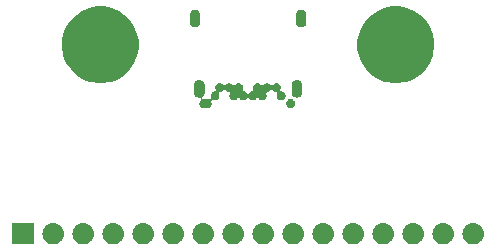
<source format=gbr>
G04 #@! TF.GenerationSoftware,KiCad,Pcbnew,(5.1.2-1)-1*
G04 #@! TF.CreationDate,2020-04-26T15:35:38+02:00*
G04 #@! TF.ProjectId,USB-C-USB-3.2,5553422d-432d-4555-9342-2d332e322e6b,rev?*
G04 #@! TF.SameCoordinates,Original*
G04 #@! TF.FileFunction,Soldermask,Bot*
G04 #@! TF.FilePolarity,Negative*
%FSLAX46Y46*%
G04 Gerber Fmt 4.6, Leading zero omitted, Abs format (unit mm)*
G04 Created by KiCad (PCBNEW (5.1.2-1)-1) date 2020-04-26 15:35:38*
%MOMM*%
%LPD*%
G04 APERTURE LIST*
%ADD10C,0.100000*%
G04 APERTURE END LIST*
D10*
G36*
X101660443Y-76105519D02*
G01*
X101726627Y-76112037D01*
X101896466Y-76163557D01*
X102052991Y-76247222D01*
X102088729Y-76276552D01*
X102190186Y-76359814D01*
X102273448Y-76461271D01*
X102302778Y-76497009D01*
X102386443Y-76653534D01*
X102437963Y-76823373D01*
X102455359Y-77000000D01*
X102437963Y-77176627D01*
X102386443Y-77346466D01*
X102302778Y-77502991D01*
X102273448Y-77538729D01*
X102190186Y-77640186D01*
X102088729Y-77723448D01*
X102052991Y-77752778D01*
X101896466Y-77836443D01*
X101726627Y-77887963D01*
X101660442Y-77894482D01*
X101594260Y-77901000D01*
X101505740Y-77901000D01*
X101439558Y-77894482D01*
X101373373Y-77887963D01*
X101203534Y-77836443D01*
X101047009Y-77752778D01*
X101011271Y-77723448D01*
X100909814Y-77640186D01*
X100826552Y-77538729D01*
X100797222Y-77502991D01*
X100713557Y-77346466D01*
X100662037Y-77176627D01*
X100644641Y-77000000D01*
X100662037Y-76823373D01*
X100713557Y-76653534D01*
X100797222Y-76497009D01*
X100826552Y-76461271D01*
X100909814Y-76359814D01*
X101011271Y-76276552D01*
X101047009Y-76247222D01*
X101203534Y-76163557D01*
X101373373Y-76112037D01*
X101439557Y-76105519D01*
X101505740Y-76099000D01*
X101594260Y-76099000D01*
X101660443Y-76105519D01*
X101660443Y-76105519D01*
G37*
G36*
X99120443Y-76105519D02*
G01*
X99186627Y-76112037D01*
X99356466Y-76163557D01*
X99512991Y-76247222D01*
X99548729Y-76276552D01*
X99650186Y-76359814D01*
X99733448Y-76461271D01*
X99762778Y-76497009D01*
X99846443Y-76653534D01*
X99897963Y-76823373D01*
X99915359Y-77000000D01*
X99897963Y-77176627D01*
X99846443Y-77346466D01*
X99762778Y-77502991D01*
X99733448Y-77538729D01*
X99650186Y-77640186D01*
X99548729Y-77723448D01*
X99512991Y-77752778D01*
X99356466Y-77836443D01*
X99186627Y-77887963D01*
X99120442Y-77894482D01*
X99054260Y-77901000D01*
X98965740Y-77901000D01*
X98899558Y-77894482D01*
X98833373Y-77887963D01*
X98663534Y-77836443D01*
X98507009Y-77752778D01*
X98471271Y-77723448D01*
X98369814Y-77640186D01*
X98286552Y-77538729D01*
X98257222Y-77502991D01*
X98173557Y-77346466D01*
X98122037Y-77176627D01*
X98104641Y-77000000D01*
X98122037Y-76823373D01*
X98173557Y-76653534D01*
X98257222Y-76497009D01*
X98286552Y-76461271D01*
X98369814Y-76359814D01*
X98471271Y-76276552D01*
X98507009Y-76247222D01*
X98663534Y-76163557D01*
X98833373Y-76112037D01*
X98899557Y-76105519D01*
X98965740Y-76099000D01*
X99054260Y-76099000D01*
X99120443Y-76105519D01*
X99120443Y-76105519D01*
G37*
G36*
X96580443Y-76105519D02*
G01*
X96646627Y-76112037D01*
X96816466Y-76163557D01*
X96972991Y-76247222D01*
X97008729Y-76276552D01*
X97110186Y-76359814D01*
X97193448Y-76461271D01*
X97222778Y-76497009D01*
X97306443Y-76653534D01*
X97357963Y-76823373D01*
X97375359Y-77000000D01*
X97357963Y-77176627D01*
X97306443Y-77346466D01*
X97222778Y-77502991D01*
X97193448Y-77538729D01*
X97110186Y-77640186D01*
X97008729Y-77723448D01*
X96972991Y-77752778D01*
X96816466Y-77836443D01*
X96646627Y-77887963D01*
X96580442Y-77894482D01*
X96514260Y-77901000D01*
X96425740Y-77901000D01*
X96359558Y-77894482D01*
X96293373Y-77887963D01*
X96123534Y-77836443D01*
X95967009Y-77752778D01*
X95931271Y-77723448D01*
X95829814Y-77640186D01*
X95746552Y-77538729D01*
X95717222Y-77502991D01*
X95633557Y-77346466D01*
X95582037Y-77176627D01*
X95564641Y-77000000D01*
X95582037Y-76823373D01*
X95633557Y-76653534D01*
X95717222Y-76497009D01*
X95746552Y-76461271D01*
X95829814Y-76359814D01*
X95931271Y-76276552D01*
X95967009Y-76247222D01*
X96123534Y-76163557D01*
X96293373Y-76112037D01*
X96359557Y-76105519D01*
X96425740Y-76099000D01*
X96514260Y-76099000D01*
X96580443Y-76105519D01*
X96580443Y-76105519D01*
G37*
G36*
X94040443Y-76105519D02*
G01*
X94106627Y-76112037D01*
X94276466Y-76163557D01*
X94432991Y-76247222D01*
X94468729Y-76276552D01*
X94570186Y-76359814D01*
X94653448Y-76461271D01*
X94682778Y-76497009D01*
X94766443Y-76653534D01*
X94817963Y-76823373D01*
X94835359Y-77000000D01*
X94817963Y-77176627D01*
X94766443Y-77346466D01*
X94682778Y-77502991D01*
X94653448Y-77538729D01*
X94570186Y-77640186D01*
X94468729Y-77723448D01*
X94432991Y-77752778D01*
X94276466Y-77836443D01*
X94106627Y-77887963D01*
X94040442Y-77894482D01*
X93974260Y-77901000D01*
X93885740Y-77901000D01*
X93819558Y-77894482D01*
X93753373Y-77887963D01*
X93583534Y-77836443D01*
X93427009Y-77752778D01*
X93391271Y-77723448D01*
X93289814Y-77640186D01*
X93206552Y-77538729D01*
X93177222Y-77502991D01*
X93093557Y-77346466D01*
X93042037Y-77176627D01*
X93024641Y-77000000D01*
X93042037Y-76823373D01*
X93093557Y-76653534D01*
X93177222Y-76497009D01*
X93206552Y-76461271D01*
X93289814Y-76359814D01*
X93391271Y-76276552D01*
X93427009Y-76247222D01*
X93583534Y-76163557D01*
X93753373Y-76112037D01*
X93819557Y-76105519D01*
X93885740Y-76099000D01*
X93974260Y-76099000D01*
X94040443Y-76105519D01*
X94040443Y-76105519D01*
G37*
G36*
X91500443Y-76105519D02*
G01*
X91566627Y-76112037D01*
X91736466Y-76163557D01*
X91892991Y-76247222D01*
X91928729Y-76276552D01*
X92030186Y-76359814D01*
X92113448Y-76461271D01*
X92142778Y-76497009D01*
X92226443Y-76653534D01*
X92277963Y-76823373D01*
X92295359Y-77000000D01*
X92277963Y-77176627D01*
X92226443Y-77346466D01*
X92142778Y-77502991D01*
X92113448Y-77538729D01*
X92030186Y-77640186D01*
X91928729Y-77723448D01*
X91892991Y-77752778D01*
X91736466Y-77836443D01*
X91566627Y-77887963D01*
X91500442Y-77894482D01*
X91434260Y-77901000D01*
X91345740Y-77901000D01*
X91279558Y-77894482D01*
X91213373Y-77887963D01*
X91043534Y-77836443D01*
X90887009Y-77752778D01*
X90851271Y-77723448D01*
X90749814Y-77640186D01*
X90666552Y-77538729D01*
X90637222Y-77502991D01*
X90553557Y-77346466D01*
X90502037Y-77176627D01*
X90484641Y-77000000D01*
X90502037Y-76823373D01*
X90553557Y-76653534D01*
X90637222Y-76497009D01*
X90666552Y-76461271D01*
X90749814Y-76359814D01*
X90851271Y-76276552D01*
X90887009Y-76247222D01*
X91043534Y-76163557D01*
X91213373Y-76112037D01*
X91279557Y-76105519D01*
X91345740Y-76099000D01*
X91434260Y-76099000D01*
X91500443Y-76105519D01*
X91500443Y-76105519D01*
G37*
G36*
X88960443Y-76105519D02*
G01*
X89026627Y-76112037D01*
X89196466Y-76163557D01*
X89352991Y-76247222D01*
X89388729Y-76276552D01*
X89490186Y-76359814D01*
X89573448Y-76461271D01*
X89602778Y-76497009D01*
X89686443Y-76653534D01*
X89737963Y-76823373D01*
X89755359Y-77000000D01*
X89737963Y-77176627D01*
X89686443Y-77346466D01*
X89602778Y-77502991D01*
X89573448Y-77538729D01*
X89490186Y-77640186D01*
X89388729Y-77723448D01*
X89352991Y-77752778D01*
X89196466Y-77836443D01*
X89026627Y-77887963D01*
X88960442Y-77894482D01*
X88894260Y-77901000D01*
X88805740Y-77901000D01*
X88739558Y-77894482D01*
X88673373Y-77887963D01*
X88503534Y-77836443D01*
X88347009Y-77752778D01*
X88311271Y-77723448D01*
X88209814Y-77640186D01*
X88126552Y-77538729D01*
X88097222Y-77502991D01*
X88013557Y-77346466D01*
X87962037Y-77176627D01*
X87944641Y-77000000D01*
X87962037Y-76823373D01*
X88013557Y-76653534D01*
X88097222Y-76497009D01*
X88126552Y-76461271D01*
X88209814Y-76359814D01*
X88311271Y-76276552D01*
X88347009Y-76247222D01*
X88503534Y-76163557D01*
X88673373Y-76112037D01*
X88739557Y-76105519D01*
X88805740Y-76099000D01*
X88894260Y-76099000D01*
X88960443Y-76105519D01*
X88960443Y-76105519D01*
G37*
G36*
X86420443Y-76105519D02*
G01*
X86486627Y-76112037D01*
X86656466Y-76163557D01*
X86812991Y-76247222D01*
X86848729Y-76276552D01*
X86950186Y-76359814D01*
X87033448Y-76461271D01*
X87062778Y-76497009D01*
X87146443Y-76653534D01*
X87197963Y-76823373D01*
X87215359Y-77000000D01*
X87197963Y-77176627D01*
X87146443Y-77346466D01*
X87062778Y-77502991D01*
X87033448Y-77538729D01*
X86950186Y-77640186D01*
X86848729Y-77723448D01*
X86812991Y-77752778D01*
X86656466Y-77836443D01*
X86486627Y-77887963D01*
X86420442Y-77894482D01*
X86354260Y-77901000D01*
X86265740Y-77901000D01*
X86199558Y-77894482D01*
X86133373Y-77887963D01*
X85963534Y-77836443D01*
X85807009Y-77752778D01*
X85771271Y-77723448D01*
X85669814Y-77640186D01*
X85586552Y-77538729D01*
X85557222Y-77502991D01*
X85473557Y-77346466D01*
X85422037Y-77176627D01*
X85404641Y-77000000D01*
X85422037Y-76823373D01*
X85473557Y-76653534D01*
X85557222Y-76497009D01*
X85586552Y-76461271D01*
X85669814Y-76359814D01*
X85771271Y-76276552D01*
X85807009Y-76247222D01*
X85963534Y-76163557D01*
X86133373Y-76112037D01*
X86199557Y-76105519D01*
X86265740Y-76099000D01*
X86354260Y-76099000D01*
X86420443Y-76105519D01*
X86420443Y-76105519D01*
G37*
G36*
X83880443Y-76105519D02*
G01*
X83946627Y-76112037D01*
X84116466Y-76163557D01*
X84272991Y-76247222D01*
X84308729Y-76276552D01*
X84410186Y-76359814D01*
X84493448Y-76461271D01*
X84522778Y-76497009D01*
X84606443Y-76653534D01*
X84657963Y-76823373D01*
X84675359Y-77000000D01*
X84657963Y-77176627D01*
X84606443Y-77346466D01*
X84522778Y-77502991D01*
X84493448Y-77538729D01*
X84410186Y-77640186D01*
X84308729Y-77723448D01*
X84272991Y-77752778D01*
X84116466Y-77836443D01*
X83946627Y-77887963D01*
X83880442Y-77894482D01*
X83814260Y-77901000D01*
X83725740Y-77901000D01*
X83659558Y-77894482D01*
X83593373Y-77887963D01*
X83423534Y-77836443D01*
X83267009Y-77752778D01*
X83231271Y-77723448D01*
X83129814Y-77640186D01*
X83046552Y-77538729D01*
X83017222Y-77502991D01*
X82933557Y-77346466D01*
X82882037Y-77176627D01*
X82864641Y-77000000D01*
X82882037Y-76823373D01*
X82933557Y-76653534D01*
X83017222Y-76497009D01*
X83046552Y-76461271D01*
X83129814Y-76359814D01*
X83231271Y-76276552D01*
X83267009Y-76247222D01*
X83423534Y-76163557D01*
X83593373Y-76112037D01*
X83659557Y-76105519D01*
X83725740Y-76099000D01*
X83814260Y-76099000D01*
X83880443Y-76105519D01*
X83880443Y-76105519D01*
G37*
G36*
X81340443Y-76105519D02*
G01*
X81406627Y-76112037D01*
X81576466Y-76163557D01*
X81732991Y-76247222D01*
X81768729Y-76276552D01*
X81870186Y-76359814D01*
X81953448Y-76461271D01*
X81982778Y-76497009D01*
X82066443Y-76653534D01*
X82117963Y-76823373D01*
X82135359Y-77000000D01*
X82117963Y-77176627D01*
X82066443Y-77346466D01*
X81982778Y-77502991D01*
X81953448Y-77538729D01*
X81870186Y-77640186D01*
X81768729Y-77723448D01*
X81732991Y-77752778D01*
X81576466Y-77836443D01*
X81406627Y-77887963D01*
X81340442Y-77894482D01*
X81274260Y-77901000D01*
X81185740Y-77901000D01*
X81119558Y-77894482D01*
X81053373Y-77887963D01*
X80883534Y-77836443D01*
X80727009Y-77752778D01*
X80691271Y-77723448D01*
X80589814Y-77640186D01*
X80506552Y-77538729D01*
X80477222Y-77502991D01*
X80393557Y-77346466D01*
X80342037Y-77176627D01*
X80324641Y-77000000D01*
X80342037Y-76823373D01*
X80393557Y-76653534D01*
X80477222Y-76497009D01*
X80506552Y-76461271D01*
X80589814Y-76359814D01*
X80691271Y-76276552D01*
X80727009Y-76247222D01*
X80883534Y-76163557D01*
X81053373Y-76112037D01*
X81119557Y-76105519D01*
X81185740Y-76099000D01*
X81274260Y-76099000D01*
X81340443Y-76105519D01*
X81340443Y-76105519D01*
G37*
G36*
X78800443Y-76105519D02*
G01*
X78866627Y-76112037D01*
X79036466Y-76163557D01*
X79192991Y-76247222D01*
X79228729Y-76276552D01*
X79330186Y-76359814D01*
X79413448Y-76461271D01*
X79442778Y-76497009D01*
X79526443Y-76653534D01*
X79577963Y-76823373D01*
X79595359Y-77000000D01*
X79577963Y-77176627D01*
X79526443Y-77346466D01*
X79442778Y-77502991D01*
X79413448Y-77538729D01*
X79330186Y-77640186D01*
X79228729Y-77723448D01*
X79192991Y-77752778D01*
X79036466Y-77836443D01*
X78866627Y-77887963D01*
X78800442Y-77894482D01*
X78734260Y-77901000D01*
X78645740Y-77901000D01*
X78579558Y-77894482D01*
X78513373Y-77887963D01*
X78343534Y-77836443D01*
X78187009Y-77752778D01*
X78151271Y-77723448D01*
X78049814Y-77640186D01*
X77966552Y-77538729D01*
X77937222Y-77502991D01*
X77853557Y-77346466D01*
X77802037Y-77176627D01*
X77784641Y-77000000D01*
X77802037Y-76823373D01*
X77853557Y-76653534D01*
X77937222Y-76497009D01*
X77966552Y-76461271D01*
X78049814Y-76359814D01*
X78151271Y-76276552D01*
X78187009Y-76247222D01*
X78343534Y-76163557D01*
X78513373Y-76112037D01*
X78579557Y-76105519D01*
X78645740Y-76099000D01*
X78734260Y-76099000D01*
X78800443Y-76105519D01*
X78800443Y-76105519D01*
G37*
G36*
X76260443Y-76105519D02*
G01*
X76326627Y-76112037D01*
X76496466Y-76163557D01*
X76652991Y-76247222D01*
X76688729Y-76276552D01*
X76790186Y-76359814D01*
X76873448Y-76461271D01*
X76902778Y-76497009D01*
X76986443Y-76653534D01*
X77037963Y-76823373D01*
X77055359Y-77000000D01*
X77037963Y-77176627D01*
X76986443Y-77346466D01*
X76902778Y-77502991D01*
X76873448Y-77538729D01*
X76790186Y-77640186D01*
X76688729Y-77723448D01*
X76652991Y-77752778D01*
X76496466Y-77836443D01*
X76326627Y-77887963D01*
X76260442Y-77894482D01*
X76194260Y-77901000D01*
X76105740Y-77901000D01*
X76039558Y-77894482D01*
X75973373Y-77887963D01*
X75803534Y-77836443D01*
X75647009Y-77752778D01*
X75611271Y-77723448D01*
X75509814Y-77640186D01*
X75426552Y-77538729D01*
X75397222Y-77502991D01*
X75313557Y-77346466D01*
X75262037Y-77176627D01*
X75244641Y-77000000D01*
X75262037Y-76823373D01*
X75313557Y-76653534D01*
X75397222Y-76497009D01*
X75426552Y-76461271D01*
X75509814Y-76359814D01*
X75611271Y-76276552D01*
X75647009Y-76247222D01*
X75803534Y-76163557D01*
X75973373Y-76112037D01*
X76039557Y-76105519D01*
X76105740Y-76099000D01*
X76194260Y-76099000D01*
X76260443Y-76105519D01*
X76260443Y-76105519D01*
G37*
G36*
X73720443Y-76105519D02*
G01*
X73786627Y-76112037D01*
X73956466Y-76163557D01*
X74112991Y-76247222D01*
X74148729Y-76276552D01*
X74250186Y-76359814D01*
X74333448Y-76461271D01*
X74362778Y-76497009D01*
X74446443Y-76653534D01*
X74497963Y-76823373D01*
X74515359Y-77000000D01*
X74497963Y-77176627D01*
X74446443Y-77346466D01*
X74362778Y-77502991D01*
X74333448Y-77538729D01*
X74250186Y-77640186D01*
X74148729Y-77723448D01*
X74112991Y-77752778D01*
X73956466Y-77836443D01*
X73786627Y-77887963D01*
X73720442Y-77894482D01*
X73654260Y-77901000D01*
X73565740Y-77901000D01*
X73499558Y-77894482D01*
X73433373Y-77887963D01*
X73263534Y-77836443D01*
X73107009Y-77752778D01*
X73071271Y-77723448D01*
X72969814Y-77640186D01*
X72886552Y-77538729D01*
X72857222Y-77502991D01*
X72773557Y-77346466D01*
X72722037Y-77176627D01*
X72704641Y-77000000D01*
X72722037Y-76823373D01*
X72773557Y-76653534D01*
X72857222Y-76497009D01*
X72886552Y-76461271D01*
X72969814Y-76359814D01*
X73071271Y-76276552D01*
X73107009Y-76247222D01*
X73263534Y-76163557D01*
X73433373Y-76112037D01*
X73499557Y-76105519D01*
X73565740Y-76099000D01*
X73654260Y-76099000D01*
X73720443Y-76105519D01*
X73720443Y-76105519D01*
G37*
G36*
X71180443Y-76105519D02*
G01*
X71246627Y-76112037D01*
X71416466Y-76163557D01*
X71572991Y-76247222D01*
X71608729Y-76276552D01*
X71710186Y-76359814D01*
X71793448Y-76461271D01*
X71822778Y-76497009D01*
X71906443Y-76653534D01*
X71957963Y-76823373D01*
X71975359Y-77000000D01*
X71957963Y-77176627D01*
X71906443Y-77346466D01*
X71822778Y-77502991D01*
X71793448Y-77538729D01*
X71710186Y-77640186D01*
X71608729Y-77723448D01*
X71572991Y-77752778D01*
X71416466Y-77836443D01*
X71246627Y-77887963D01*
X71180442Y-77894482D01*
X71114260Y-77901000D01*
X71025740Y-77901000D01*
X70959558Y-77894482D01*
X70893373Y-77887963D01*
X70723534Y-77836443D01*
X70567009Y-77752778D01*
X70531271Y-77723448D01*
X70429814Y-77640186D01*
X70346552Y-77538729D01*
X70317222Y-77502991D01*
X70233557Y-77346466D01*
X70182037Y-77176627D01*
X70164641Y-77000000D01*
X70182037Y-76823373D01*
X70233557Y-76653534D01*
X70317222Y-76497009D01*
X70346552Y-76461271D01*
X70429814Y-76359814D01*
X70531271Y-76276552D01*
X70567009Y-76247222D01*
X70723534Y-76163557D01*
X70893373Y-76112037D01*
X70959557Y-76105519D01*
X71025740Y-76099000D01*
X71114260Y-76099000D01*
X71180443Y-76105519D01*
X71180443Y-76105519D01*
G37*
G36*
X68640443Y-76105519D02*
G01*
X68706627Y-76112037D01*
X68876466Y-76163557D01*
X69032991Y-76247222D01*
X69068729Y-76276552D01*
X69170186Y-76359814D01*
X69253448Y-76461271D01*
X69282778Y-76497009D01*
X69366443Y-76653534D01*
X69417963Y-76823373D01*
X69435359Y-77000000D01*
X69417963Y-77176627D01*
X69366443Y-77346466D01*
X69282778Y-77502991D01*
X69253448Y-77538729D01*
X69170186Y-77640186D01*
X69068729Y-77723448D01*
X69032991Y-77752778D01*
X68876466Y-77836443D01*
X68706627Y-77887963D01*
X68640442Y-77894482D01*
X68574260Y-77901000D01*
X68485740Y-77901000D01*
X68419558Y-77894482D01*
X68353373Y-77887963D01*
X68183534Y-77836443D01*
X68027009Y-77752778D01*
X67991271Y-77723448D01*
X67889814Y-77640186D01*
X67806552Y-77538729D01*
X67777222Y-77502991D01*
X67693557Y-77346466D01*
X67642037Y-77176627D01*
X67624641Y-77000000D01*
X67642037Y-76823373D01*
X67693557Y-76653534D01*
X67777222Y-76497009D01*
X67806552Y-76461271D01*
X67889814Y-76359814D01*
X67991271Y-76276552D01*
X68027009Y-76247222D01*
X68183534Y-76163557D01*
X68353373Y-76112037D01*
X68419557Y-76105519D01*
X68485740Y-76099000D01*
X68574260Y-76099000D01*
X68640443Y-76105519D01*
X68640443Y-76105519D01*
G37*
G36*
X66100443Y-76105519D02*
G01*
X66166627Y-76112037D01*
X66336466Y-76163557D01*
X66492991Y-76247222D01*
X66528729Y-76276552D01*
X66630186Y-76359814D01*
X66713448Y-76461271D01*
X66742778Y-76497009D01*
X66826443Y-76653534D01*
X66877963Y-76823373D01*
X66895359Y-77000000D01*
X66877963Y-77176627D01*
X66826443Y-77346466D01*
X66742778Y-77502991D01*
X66713448Y-77538729D01*
X66630186Y-77640186D01*
X66528729Y-77723448D01*
X66492991Y-77752778D01*
X66336466Y-77836443D01*
X66166627Y-77887963D01*
X66100442Y-77894482D01*
X66034260Y-77901000D01*
X65945740Y-77901000D01*
X65879558Y-77894482D01*
X65813373Y-77887963D01*
X65643534Y-77836443D01*
X65487009Y-77752778D01*
X65451271Y-77723448D01*
X65349814Y-77640186D01*
X65266552Y-77538729D01*
X65237222Y-77502991D01*
X65153557Y-77346466D01*
X65102037Y-77176627D01*
X65084641Y-77000000D01*
X65102037Y-76823373D01*
X65153557Y-76653534D01*
X65237222Y-76497009D01*
X65266552Y-76461271D01*
X65349814Y-76359814D01*
X65451271Y-76276552D01*
X65487009Y-76247222D01*
X65643534Y-76163557D01*
X65813373Y-76112037D01*
X65879557Y-76105519D01*
X65945740Y-76099000D01*
X66034260Y-76099000D01*
X66100443Y-76105519D01*
X66100443Y-76105519D01*
G37*
G36*
X64351000Y-77901000D02*
G01*
X62549000Y-77901000D01*
X62549000Y-76099000D01*
X64351000Y-76099000D01*
X64351000Y-77901000D01*
X64351000Y-77901000D01*
G37*
G36*
X86209672Y-65598449D02*
G01*
X86209674Y-65598450D01*
X86209675Y-65598450D01*
X86278103Y-65626793D01*
X86339686Y-65667942D01*
X86392058Y-65720314D01*
X86433207Y-65781897D01*
X86441233Y-65801275D01*
X86461551Y-65850328D01*
X86476000Y-65922966D01*
X86476000Y-65997034D01*
X86468705Y-66033709D01*
X86461550Y-66069675D01*
X86433207Y-66138103D01*
X86392058Y-66199686D01*
X86339686Y-66252058D01*
X86278103Y-66293207D01*
X86209675Y-66321550D01*
X86209674Y-66321550D01*
X86209672Y-66321551D01*
X86137034Y-66336000D01*
X86062966Y-66336000D01*
X85990328Y-66321551D01*
X85990326Y-66321550D01*
X85990325Y-66321550D01*
X85921897Y-66293207D01*
X85860314Y-66252058D01*
X85807942Y-66199686D01*
X85766793Y-66138103D01*
X85738450Y-66069675D01*
X85731296Y-66033709D01*
X85724000Y-65997034D01*
X85724000Y-65922966D01*
X85738449Y-65850328D01*
X85758767Y-65801275D01*
X85766793Y-65781897D01*
X85807942Y-65720314D01*
X85860314Y-65667942D01*
X85921897Y-65626793D01*
X85990325Y-65598450D01*
X85990326Y-65598450D01*
X85990328Y-65598449D01*
X86062966Y-65584000D01*
X86137034Y-65584000D01*
X86209672Y-65598449D01*
X86209672Y-65598449D01*
G37*
G36*
X78458410Y-63965525D02*
G01*
X78543426Y-63991314D01*
X78621775Y-64033193D01*
X78690449Y-64089551D01*
X78746807Y-64158225D01*
X78788686Y-64236574D01*
X78814475Y-64321590D01*
X78821000Y-64387842D01*
X78821000Y-65032158D01*
X78814475Y-65098410D01*
X78788686Y-65183426D01*
X78746807Y-65261775D01*
X78690449Y-65330448D01*
X78651546Y-65362374D01*
X78634219Y-65379701D01*
X78620605Y-65400075D01*
X78611227Y-65422714D01*
X78606446Y-65446747D01*
X78606446Y-65471251D01*
X78611226Y-65495285D01*
X78620603Y-65517924D01*
X78634216Y-65538298D01*
X78651543Y-65555625D01*
X78671917Y-65569239D01*
X78694556Y-65578617D01*
X78718589Y-65583398D01*
X78730843Y-65584000D01*
X79068472Y-65584000D01*
X79123710Y-65589440D01*
X79196825Y-65611620D01*
X79220858Y-65616401D01*
X79245362Y-65616401D01*
X79269396Y-65611621D01*
X79292035Y-65602244D01*
X79312409Y-65588630D01*
X79329736Y-65571303D01*
X79343350Y-65550929D01*
X79352727Y-65528290D01*
X79357508Y-65504257D01*
X79357508Y-65479753D01*
X79352728Y-65455719D01*
X79348595Y-65444169D01*
X79338449Y-65419674D01*
X79324000Y-65347034D01*
X79324000Y-65272966D01*
X79338449Y-65200328D01*
X79345450Y-65183425D01*
X79366793Y-65131897D01*
X79407942Y-65070314D01*
X79460314Y-65017942D01*
X79521897Y-64976793D01*
X79590325Y-64948450D01*
X79590324Y-64948450D01*
X79590327Y-64948449D01*
X79665338Y-64933528D01*
X79688786Y-64926415D01*
X79710397Y-64914864D01*
X79729339Y-64899318D01*
X79744884Y-64880376D01*
X79756435Y-64858766D01*
X79763548Y-64835317D01*
X79765950Y-64810931D01*
X79763548Y-64786544D01*
X79756435Y-64763096D01*
X79738449Y-64719674D01*
X79724000Y-64647034D01*
X79724000Y-64572966D01*
X79738449Y-64500328D01*
X79738450Y-64500325D01*
X79766793Y-64431897D01*
X79807942Y-64370314D01*
X79860314Y-64317942D01*
X79921897Y-64276793D01*
X79990325Y-64248450D01*
X79990326Y-64248450D01*
X79990328Y-64248449D01*
X80062966Y-64234000D01*
X80137034Y-64234000D01*
X80209672Y-64248449D01*
X80209674Y-64248450D01*
X80209675Y-64248450D01*
X80278103Y-64276793D01*
X80339686Y-64317942D01*
X80392058Y-64370314D01*
X80396072Y-64376321D01*
X80411612Y-64395256D01*
X80430553Y-64410801D01*
X80452164Y-64422353D01*
X80475613Y-64429466D01*
X80499999Y-64431868D01*
X80524385Y-64429466D01*
X80547834Y-64422353D01*
X80569445Y-64410803D01*
X80588387Y-64395257D01*
X80603928Y-64376321D01*
X80607942Y-64370314D01*
X80660314Y-64317942D01*
X80721897Y-64276793D01*
X80790325Y-64248450D01*
X80790326Y-64248450D01*
X80790328Y-64248449D01*
X80862966Y-64234000D01*
X80937034Y-64234000D01*
X81009672Y-64248449D01*
X81009674Y-64248450D01*
X81009675Y-64248450D01*
X81078103Y-64276793D01*
X81139686Y-64317942D01*
X81192058Y-64370314D01*
X81196072Y-64376321D01*
X81211612Y-64395256D01*
X81230553Y-64410801D01*
X81252164Y-64422353D01*
X81275613Y-64429466D01*
X81299999Y-64431868D01*
X81324385Y-64429466D01*
X81347834Y-64422353D01*
X81369445Y-64410803D01*
X81388387Y-64395257D01*
X81403928Y-64376321D01*
X81407942Y-64370314D01*
X81460314Y-64317942D01*
X81521897Y-64276793D01*
X81590325Y-64248450D01*
X81590326Y-64248450D01*
X81590328Y-64248449D01*
X81662966Y-64234000D01*
X81737034Y-64234000D01*
X81809672Y-64248449D01*
X81809674Y-64248450D01*
X81809675Y-64248450D01*
X81878103Y-64276793D01*
X81939686Y-64317942D01*
X81992058Y-64370314D01*
X82033207Y-64431897D01*
X82061550Y-64500325D01*
X82061551Y-64500328D01*
X82076000Y-64572966D01*
X82076000Y-64647034D01*
X82061551Y-64719674D01*
X82043565Y-64763096D01*
X82036452Y-64786545D01*
X82034050Y-64810931D01*
X82036452Y-64835317D01*
X82043565Y-64858766D01*
X82055116Y-64880376D01*
X82070661Y-64899318D01*
X82089603Y-64914864D01*
X82111214Y-64926415D01*
X82134662Y-64933528D01*
X82209673Y-64948449D01*
X82209676Y-64948450D01*
X82209675Y-64948450D01*
X82278103Y-64976793D01*
X82339686Y-65017942D01*
X82392058Y-65070314D01*
X82396072Y-65076321D01*
X82411612Y-65095256D01*
X82430553Y-65110801D01*
X82452164Y-65122353D01*
X82475613Y-65129466D01*
X82499999Y-65131868D01*
X82524385Y-65129466D01*
X82547834Y-65122353D01*
X82569445Y-65110803D01*
X82588387Y-65095257D01*
X82603928Y-65076321D01*
X82607942Y-65070314D01*
X82660314Y-65017942D01*
X82721897Y-64976793D01*
X82790325Y-64948450D01*
X82790324Y-64948450D01*
X82790327Y-64948449D01*
X82865338Y-64933528D01*
X82888786Y-64926415D01*
X82910397Y-64914864D01*
X82929339Y-64899318D01*
X82944884Y-64880376D01*
X82956435Y-64858766D01*
X82963548Y-64835317D01*
X82965950Y-64810931D01*
X82963548Y-64786544D01*
X82956435Y-64763096D01*
X82938449Y-64719674D01*
X82924000Y-64647034D01*
X82924000Y-64572966D01*
X82938449Y-64500328D01*
X82938450Y-64500325D01*
X82966793Y-64431897D01*
X83007942Y-64370314D01*
X83060314Y-64317942D01*
X83121897Y-64276793D01*
X83190325Y-64248450D01*
X83190326Y-64248450D01*
X83190328Y-64248449D01*
X83262966Y-64234000D01*
X83337034Y-64234000D01*
X83409672Y-64248449D01*
X83409674Y-64248450D01*
X83409675Y-64248450D01*
X83478103Y-64276793D01*
X83539686Y-64317942D01*
X83592058Y-64370314D01*
X83596072Y-64376321D01*
X83611612Y-64395256D01*
X83630553Y-64410801D01*
X83652164Y-64422353D01*
X83675613Y-64429466D01*
X83699999Y-64431868D01*
X83724385Y-64429466D01*
X83747834Y-64422353D01*
X83769445Y-64410803D01*
X83788387Y-64395257D01*
X83803928Y-64376321D01*
X83807942Y-64370314D01*
X83860314Y-64317942D01*
X83921897Y-64276793D01*
X83990325Y-64248450D01*
X83990326Y-64248450D01*
X83990328Y-64248449D01*
X84062966Y-64234000D01*
X84137034Y-64234000D01*
X84209672Y-64248449D01*
X84209674Y-64248450D01*
X84209675Y-64248450D01*
X84278103Y-64276793D01*
X84339686Y-64317942D01*
X84392058Y-64370314D01*
X84396072Y-64376321D01*
X84411612Y-64395256D01*
X84430553Y-64410801D01*
X84452164Y-64422353D01*
X84475613Y-64429466D01*
X84499999Y-64431868D01*
X84524385Y-64429466D01*
X84547834Y-64422353D01*
X84569445Y-64410803D01*
X84588387Y-64395257D01*
X84603928Y-64376321D01*
X84607942Y-64370314D01*
X84660314Y-64317942D01*
X84721897Y-64276793D01*
X84790325Y-64248450D01*
X84790326Y-64248450D01*
X84790328Y-64248449D01*
X84862966Y-64234000D01*
X84937034Y-64234000D01*
X85009672Y-64248449D01*
X85009674Y-64248450D01*
X85009675Y-64248450D01*
X85078103Y-64276793D01*
X85139686Y-64317942D01*
X85192058Y-64370314D01*
X85233207Y-64431897D01*
X85261550Y-64500325D01*
X85261551Y-64500328D01*
X85276000Y-64572966D01*
X85276000Y-64647034D01*
X85261551Y-64719674D01*
X85243565Y-64763096D01*
X85236452Y-64786545D01*
X85234050Y-64810931D01*
X85236452Y-64835317D01*
X85243565Y-64858766D01*
X85255116Y-64880376D01*
X85270661Y-64899318D01*
X85289603Y-64914864D01*
X85311214Y-64926415D01*
X85334662Y-64933528D01*
X85409673Y-64948449D01*
X85409676Y-64948450D01*
X85409675Y-64948450D01*
X85478103Y-64976793D01*
X85539686Y-65017942D01*
X85592058Y-65070314D01*
X85633207Y-65131897D01*
X85654550Y-65183425D01*
X85661551Y-65200328D01*
X85676000Y-65272966D01*
X85676000Y-65347034D01*
X85672949Y-65362374D01*
X85661550Y-65419675D01*
X85633207Y-65488103D01*
X85592058Y-65549686D01*
X85539686Y-65602058D01*
X85478103Y-65643207D01*
X85409675Y-65671550D01*
X85409674Y-65671550D01*
X85409672Y-65671551D01*
X85337034Y-65686000D01*
X85262966Y-65686000D01*
X85190328Y-65671551D01*
X85190326Y-65671550D01*
X85190325Y-65671550D01*
X85121897Y-65643207D01*
X85060314Y-65602058D01*
X85007942Y-65549686D01*
X84966793Y-65488103D01*
X84938450Y-65419675D01*
X84927052Y-65362374D01*
X84924000Y-65347034D01*
X84924000Y-65272966D01*
X84938449Y-65200326D01*
X84956435Y-65156904D01*
X84963548Y-65133455D01*
X84965950Y-65109069D01*
X84963548Y-65084683D01*
X84956435Y-65061234D01*
X84944884Y-65039624D01*
X84929339Y-65020682D01*
X84910397Y-65005136D01*
X84888786Y-64993585D01*
X84865338Y-64986472D01*
X84790327Y-64971551D01*
X84780304Y-64967399D01*
X84721897Y-64943207D01*
X84660314Y-64902058D01*
X84607942Y-64849686D01*
X84603928Y-64843679D01*
X84588388Y-64824744D01*
X84569447Y-64809199D01*
X84547836Y-64797647D01*
X84524387Y-64790534D01*
X84500001Y-64788132D01*
X84475615Y-64790534D01*
X84452166Y-64797647D01*
X84430555Y-64809197D01*
X84411613Y-64824743D01*
X84396072Y-64843679D01*
X84392058Y-64849686D01*
X84339686Y-64902058D01*
X84278103Y-64943207D01*
X84219696Y-64967399D01*
X84209673Y-64971551D01*
X84134662Y-64986472D01*
X84111214Y-64993585D01*
X84089603Y-65005136D01*
X84070661Y-65020682D01*
X84055116Y-65039624D01*
X84043565Y-65061234D01*
X84036452Y-65084683D01*
X84034050Y-65109069D01*
X84036452Y-65133456D01*
X84043565Y-65156904D01*
X84061551Y-65200326D01*
X84076000Y-65272966D01*
X84076000Y-65347034D01*
X84072949Y-65362374D01*
X84061550Y-65419675D01*
X84033207Y-65488103D01*
X83992058Y-65549686D01*
X83939686Y-65602058D01*
X83878103Y-65643207D01*
X83809675Y-65671550D01*
X83809674Y-65671550D01*
X83809672Y-65671551D01*
X83737034Y-65686000D01*
X83662966Y-65686000D01*
X83590328Y-65671551D01*
X83590326Y-65671550D01*
X83590325Y-65671550D01*
X83521897Y-65643207D01*
X83460314Y-65602058D01*
X83407942Y-65549686D01*
X83403928Y-65543679D01*
X83388388Y-65524744D01*
X83369447Y-65509199D01*
X83347836Y-65497647D01*
X83324387Y-65490534D01*
X83300001Y-65488132D01*
X83275615Y-65490534D01*
X83252166Y-65497647D01*
X83230555Y-65509197D01*
X83211613Y-65524743D01*
X83196072Y-65543679D01*
X83192058Y-65549686D01*
X83139686Y-65602058D01*
X83078103Y-65643207D01*
X83009675Y-65671550D01*
X83009674Y-65671550D01*
X83009672Y-65671551D01*
X82937034Y-65686000D01*
X82862966Y-65686000D01*
X82790328Y-65671551D01*
X82790326Y-65671550D01*
X82790325Y-65671550D01*
X82721897Y-65643207D01*
X82660314Y-65602058D01*
X82607942Y-65549686D01*
X82603928Y-65543679D01*
X82588388Y-65524744D01*
X82569447Y-65509199D01*
X82547836Y-65497647D01*
X82524387Y-65490534D01*
X82500001Y-65488132D01*
X82475615Y-65490534D01*
X82452166Y-65497647D01*
X82430555Y-65509197D01*
X82411613Y-65524743D01*
X82396072Y-65543679D01*
X82392058Y-65549686D01*
X82339686Y-65602058D01*
X82278103Y-65643207D01*
X82209675Y-65671550D01*
X82209674Y-65671550D01*
X82209672Y-65671551D01*
X82137034Y-65686000D01*
X82062966Y-65686000D01*
X81990328Y-65671551D01*
X81990326Y-65671550D01*
X81990325Y-65671550D01*
X81921897Y-65643207D01*
X81860314Y-65602058D01*
X81807942Y-65549686D01*
X81803928Y-65543679D01*
X81788388Y-65524744D01*
X81769447Y-65509199D01*
X81747836Y-65497647D01*
X81724387Y-65490534D01*
X81700001Y-65488132D01*
X81675615Y-65490534D01*
X81652166Y-65497647D01*
X81630555Y-65509197D01*
X81611613Y-65524743D01*
X81596072Y-65543679D01*
X81592058Y-65549686D01*
X81539686Y-65602058D01*
X81478103Y-65643207D01*
X81409675Y-65671550D01*
X81409674Y-65671550D01*
X81409672Y-65671551D01*
X81337034Y-65686000D01*
X81262966Y-65686000D01*
X81190328Y-65671551D01*
X81190326Y-65671550D01*
X81190325Y-65671550D01*
X81121897Y-65643207D01*
X81060314Y-65602058D01*
X81007942Y-65549686D01*
X80966793Y-65488103D01*
X80938450Y-65419675D01*
X80927052Y-65362374D01*
X80924000Y-65347034D01*
X80924000Y-65272966D01*
X80938449Y-65200326D01*
X80956435Y-65156904D01*
X80963548Y-65133455D01*
X80965950Y-65109069D01*
X80963548Y-65084683D01*
X80956435Y-65061234D01*
X80944884Y-65039624D01*
X80929339Y-65020682D01*
X80910397Y-65005136D01*
X80888786Y-64993585D01*
X80865338Y-64986472D01*
X80790327Y-64971551D01*
X80780304Y-64967399D01*
X80721897Y-64943207D01*
X80660314Y-64902058D01*
X80607942Y-64849686D01*
X80603928Y-64843679D01*
X80588388Y-64824744D01*
X80569447Y-64809199D01*
X80547836Y-64797647D01*
X80524387Y-64790534D01*
X80500001Y-64788132D01*
X80475615Y-64790534D01*
X80452166Y-64797647D01*
X80430555Y-64809197D01*
X80411613Y-64824743D01*
X80396072Y-64843679D01*
X80392058Y-64849686D01*
X80339686Y-64902058D01*
X80278103Y-64943207D01*
X80219696Y-64967399D01*
X80209673Y-64971551D01*
X80134662Y-64986472D01*
X80111214Y-64993585D01*
X80089603Y-65005136D01*
X80070661Y-65020682D01*
X80055116Y-65039624D01*
X80043565Y-65061234D01*
X80036452Y-65084683D01*
X80034050Y-65109069D01*
X80036452Y-65133456D01*
X80043565Y-65156904D01*
X80061551Y-65200326D01*
X80076000Y-65272966D01*
X80076000Y-65347034D01*
X80072949Y-65362374D01*
X80061550Y-65419675D01*
X80033207Y-65488103D01*
X79992058Y-65549686D01*
X79939686Y-65602058D01*
X79878103Y-65643207D01*
X79809675Y-65671550D01*
X79809674Y-65671550D01*
X79809672Y-65671551D01*
X79737034Y-65686000D01*
X79662966Y-65686000D01*
X79590326Y-65671551D01*
X79565831Y-65661405D01*
X79542382Y-65654292D01*
X79517996Y-65651890D01*
X79493610Y-65654292D01*
X79470161Y-65661405D01*
X79448550Y-65672956D01*
X79429608Y-65688501D01*
X79414063Y-65707443D01*
X79402512Y-65729054D01*
X79395399Y-65752503D01*
X79392997Y-65776889D01*
X79395399Y-65801275D01*
X79398380Y-65813175D01*
X79420560Y-65886290D01*
X79427819Y-65960000D01*
X79420560Y-66033710D01*
X79399060Y-66104585D01*
X79364146Y-66169904D01*
X79317159Y-66227159D01*
X79259904Y-66274146D01*
X79194585Y-66309060D01*
X79123710Y-66330560D01*
X79068472Y-66336000D01*
X78731528Y-66336000D01*
X78676290Y-66330560D01*
X78605415Y-66309060D01*
X78540096Y-66274146D01*
X78482841Y-66227159D01*
X78435854Y-66169904D01*
X78400940Y-66104585D01*
X78379440Y-66033710D01*
X78372181Y-65960000D01*
X78379440Y-65886290D01*
X78400940Y-65815415D01*
X78435854Y-65750096D01*
X78482841Y-65692842D01*
X78497703Y-65680645D01*
X78515030Y-65663318D01*
X78528644Y-65642944D01*
X78538021Y-65620305D01*
X78542802Y-65596272D01*
X78542802Y-65571768D01*
X78538022Y-65547735D01*
X78528645Y-65525096D01*
X78515031Y-65504721D01*
X78497704Y-65487394D01*
X78477330Y-65473780D01*
X78454691Y-65464403D01*
X78430658Y-65459622D01*
X78406154Y-65459622D01*
X78370001Y-65463182D01*
X78370000Y-65463182D01*
X78361293Y-65462324D01*
X78281590Y-65454475D01*
X78196574Y-65428686D01*
X78118225Y-65386807D01*
X78049552Y-65330449D01*
X77993193Y-65261774D01*
X77951314Y-65183425D01*
X77925525Y-65098409D01*
X77919000Y-65032157D01*
X77919000Y-64387842D01*
X77925525Y-64321590D01*
X77951313Y-64236577D01*
X77993195Y-64158224D01*
X78049552Y-64089551D01*
X78118226Y-64033193D01*
X78196575Y-63991314D01*
X78281591Y-63965525D01*
X78370000Y-63956818D01*
X78458410Y-63965525D01*
X78458410Y-63965525D01*
G37*
G36*
X86718410Y-63965525D02*
G01*
X86803426Y-63991314D01*
X86881775Y-64033193D01*
X86950449Y-64089551D01*
X87006807Y-64158225D01*
X87048686Y-64236574D01*
X87074475Y-64321590D01*
X87081000Y-64387842D01*
X87081000Y-65032158D01*
X87074475Y-65098410D01*
X87048686Y-65183426D01*
X87006807Y-65261775D01*
X86950449Y-65330448D01*
X86881774Y-65386807D01*
X86803425Y-65428686D01*
X86718409Y-65454475D01*
X86630000Y-65463182D01*
X86541590Y-65454475D01*
X86456574Y-65428686D01*
X86378225Y-65386807D01*
X86309552Y-65330449D01*
X86253193Y-65261774D01*
X86211314Y-65183425D01*
X86185525Y-65098409D01*
X86179000Y-65032157D01*
X86179000Y-64387842D01*
X86185525Y-64321590D01*
X86211313Y-64236577D01*
X86253195Y-64158224D01*
X86309552Y-64089551D01*
X86378226Y-64033193D01*
X86456575Y-63991314D01*
X86541591Y-63965525D01*
X86630000Y-63956818D01*
X86718410Y-63965525D01*
X86718410Y-63965525D01*
G37*
G36*
X95634239Y-57811467D02*
G01*
X95948282Y-57873934D01*
X96539926Y-58119001D01*
X96940073Y-58386371D01*
X97017111Y-58437846D01*
X97072392Y-58474784D01*
X97525216Y-58927608D01*
X97880999Y-59460074D01*
X98126066Y-60051718D01*
X98126066Y-60051719D01*
X98251000Y-60679803D01*
X98251000Y-61320197D01*
X98188533Y-61634239D01*
X98126066Y-61948282D01*
X97880999Y-62539926D01*
X97525216Y-63072392D01*
X97072392Y-63525216D01*
X96539926Y-63880999D01*
X95948282Y-64126066D01*
X95634239Y-64188533D01*
X95320197Y-64251000D01*
X94679803Y-64251000D01*
X94365761Y-64188533D01*
X94051718Y-64126066D01*
X93460074Y-63880999D01*
X92927608Y-63525216D01*
X92474784Y-63072392D01*
X92119001Y-62539926D01*
X91873934Y-61948282D01*
X91811467Y-61634239D01*
X91749000Y-61320197D01*
X91749000Y-60679803D01*
X91873934Y-60051719D01*
X91873934Y-60051718D01*
X92119001Y-59460074D01*
X92474784Y-58927608D01*
X92927608Y-58474784D01*
X92982890Y-58437846D01*
X93059927Y-58386371D01*
X93460074Y-58119001D01*
X94051718Y-57873934D01*
X94365761Y-57811467D01*
X94679803Y-57749000D01*
X95320197Y-57749000D01*
X95634239Y-57811467D01*
X95634239Y-57811467D01*
G37*
G36*
X70634239Y-57811467D02*
G01*
X70948282Y-57873934D01*
X71539926Y-58119001D01*
X71940073Y-58386371D01*
X72017111Y-58437846D01*
X72072392Y-58474784D01*
X72525216Y-58927608D01*
X72880999Y-59460074D01*
X73126066Y-60051718D01*
X73126066Y-60051719D01*
X73251000Y-60679803D01*
X73251000Y-61320197D01*
X73188533Y-61634239D01*
X73126066Y-61948282D01*
X72880999Y-62539926D01*
X72525216Y-63072392D01*
X72072392Y-63525216D01*
X71539926Y-63880999D01*
X70948282Y-64126066D01*
X70634239Y-64188533D01*
X70320197Y-64251000D01*
X69679803Y-64251000D01*
X69365761Y-64188533D01*
X69051718Y-64126066D01*
X68460074Y-63880999D01*
X67927608Y-63525216D01*
X67474784Y-63072392D01*
X67119001Y-62539926D01*
X66873934Y-61948282D01*
X66811467Y-61634239D01*
X66749000Y-61320197D01*
X66749000Y-60679803D01*
X66873934Y-60051719D01*
X66873934Y-60051718D01*
X67119001Y-59460074D01*
X67474784Y-58927608D01*
X67927608Y-58474784D01*
X67982890Y-58437846D01*
X68059927Y-58386371D01*
X68460074Y-58119001D01*
X69051718Y-57873934D01*
X69365761Y-57811467D01*
X69679803Y-57749000D01*
X70320197Y-57749000D01*
X70634239Y-57811467D01*
X70634239Y-57811467D01*
G37*
G36*
X87078410Y-58015525D02*
G01*
X87163426Y-58041314D01*
X87241775Y-58083193D01*
X87310449Y-58139551D01*
X87366807Y-58208225D01*
X87408686Y-58286574D01*
X87434475Y-58371590D01*
X87441000Y-58437842D01*
X87441000Y-59082158D01*
X87434475Y-59148410D01*
X87408686Y-59233426D01*
X87366807Y-59311775D01*
X87310449Y-59380448D01*
X87241774Y-59436807D01*
X87163425Y-59478686D01*
X87078409Y-59504475D01*
X86990000Y-59513182D01*
X86901590Y-59504475D01*
X86816574Y-59478686D01*
X86738225Y-59436807D01*
X86669552Y-59380449D01*
X86613193Y-59311774D01*
X86571314Y-59233425D01*
X86545525Y-59148409D01*
X86539000Y-59082157D01*
X86539000Y-58437842D01*
X86545525Y-58371590D01*
X86571313Y-58286577D01*
X86613195Y-58208224D01*
X86669552Y-58139551D01*
X86738226Y-58083193D01*
X86816575Y-58041314D01*
X86901591Y-58015525D01*
X86990000Y-58006818D01*
X87078410Y-58015525D01*
X87078410Y-58015525D01*
G37*
G36*
X78098410Y-58015525D02*
G01*
X78183426Y-58041314D01*
X78261775Y-58083193D01*
X78330449Y-58139551D01*
X78386807Y-58208225D01*
X78428686Y-58286574D01*
X78454475Y-58371590D01*
X78461000Y-58437842D01*
X78461000Y-59082158D01*
X78454475Y-59148410D01*
X78428686Y-59233426D01*
X78386807Y-59311775D01*
X78330449Y-59380448D01*
X78261774Y-59436807D01*
X78183425Y-59478686D01*
X78098409Y-59504475D01*
X78010000Y-59513182D01*
X77921590Y-59504475D01*
X77836574Y-59478686D01*
X77758225Y-59436807D01*
X77689552Y-59380449D01*
X77633193Y-59311774D01*
X77591314Y-59233425D01*
X77565525Y-59148409D01*
X77559000Y-59082157D01*
X77559000Y-58437842D01*
X77565525Y-58371590D01*
X77591313Y-58286577D01*
X77633195Y-58208224D01*
X77689552Y-58139551D01*
X77758226Y-58083193D01*
X77836575Y-58041314D01*
X77921591Y-58015525D01*
X78010000Y-58006818D01*
X78098410Y-58015525D01*
X78098410Y-58015525D01*
G37*
M02*

</source>
